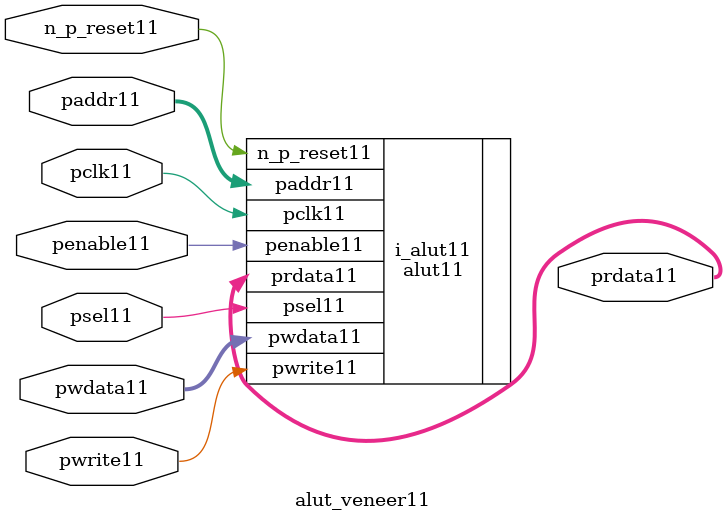
<source format=v>
module alut_veneer11
(   
   // Inputs11
   pclk11,
   n_p_reset11,
   psel11,            
   penable11,       
   pwrite11,         
   paddr11,           
   pwdata11,          

   // Outputs11
   prdata11  
);

   // APB11 Inputs11
   input             pclk11;               // APB11 clock11                          
   input             n_p_reset11;          // Reset11                              
   input             psel11;               // Module11 select11 signal11               
   input             penable11;            // Enable11 signal11                      
   input             pwrite11;             // Write when HIGH11 and read when LOW11  
   input [6:0]       paddr11;              // Address bus for read write         
   input [31:0]      pwdata11;             // APB11 write bus                      

   output [31:0]     prdata11;             // APB11 read bus                       


//-----------------------------------------------------------------------
//##############################################################################
// if the ALUT11 is NOT11 black11 boxed11 
//##############################################################################
`ifndef FV_KIT_BLACK_BOX_LUT11 


alut11 i_alut11 (
        //inputs11
        . n_p_reset11(n_p_reset11),
        . pclk11(pclk11),
        . psel11(psel11),
        . penable11(penable11),
        . pwrite11(pwrite11),
        . paddr11(paddr11[6:0]),
        . pwdata11(pwdata11),

        //outputs11
        . prdata11(prdata11)
);


`else 
//##############################################################################
// if the <module> is black11 boxed11 
//##############################################################################

   // APB11 Inputs11
   wire              pclk11;               // APB11 clock11                          
   wire              n_p_reset11;          // Reset11                              
   wire              psel11;               // Module11 select11 signal11               
   wire              penable11;            // Enable11 signal11                      
   wire              pwrite11;             // Write when HIGH11 and read when LOW11  
   wire  [6:0]       paddr11;              // Address bus for read write         
   wire  [31:0]      pwdata11;             // APB11 write bus                      

   reg   [31:0]      prdata11;             // APB11 read bus                       


`endif

endmodule

</source>
